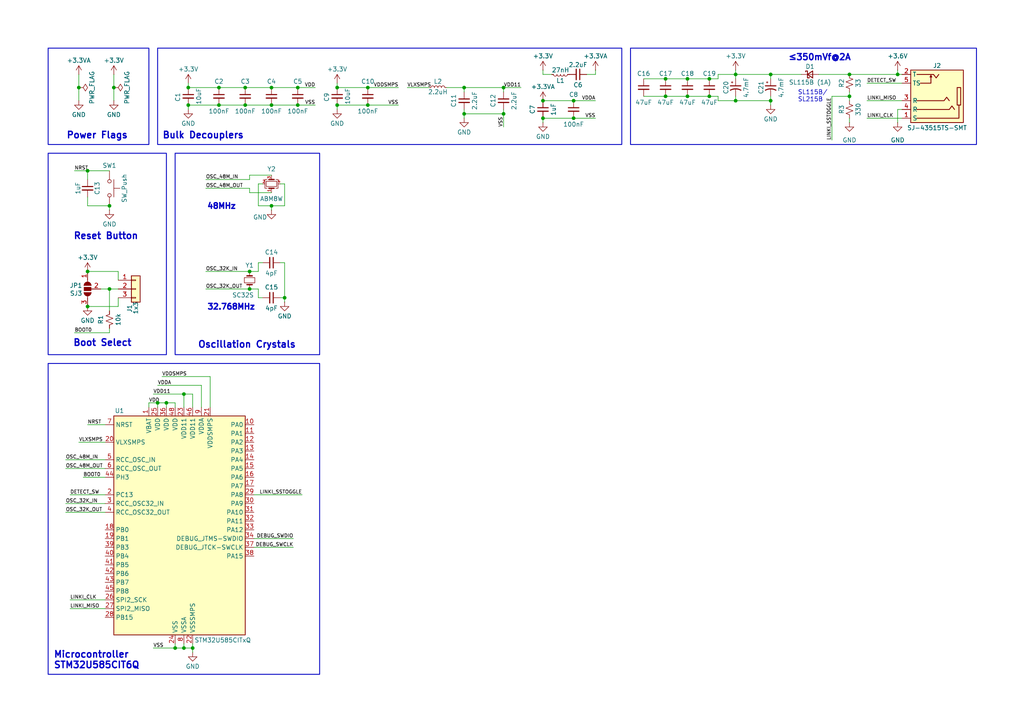
<source format=kicad_sch>
(kicad_sch (version 20231120) (generator "eeschema") (generator_version "8.0")
  (paper "A4")
  (title_block (title "Template Peripheral") (rev "1") (company "Qwertek") (comment 4 "Template peripheral for reference / use in custom design"))
  (lib_symbols
    (symbol "Connector_Generic:Conn_01x03" (pin_names (offset 1.016) hide)
      (property "Reference" "J" (at 0 5.08 0))
      (property "Value" "Conn_01x03" (at 0 -5.08 0))
      (symbol "Conn_01x03_1_1"
        (rectangle (start -1.27 -2.413) (end 0 -2.667) (stroke (width 0.1524)))
        (rectangle (start -1.27 0.127) (end 0 -0.127) (stroke (width 0.1524)))
        (rectangle (start -1.27 2.667) (end 0 2.413) (stroke (width 0.1524)))
        (rectangle (start -1.27 3.81) (end 1.27 -3.81) (stroke (width 0.254)) (fill (type background)))
        (pin passive line (at -5.08 2.54 0) (length 3.81) (name "Pin_1") (number "1"))
        (pin passive line (at -5.08 0 0) (length 3.81) (name "Pin_2") (number "2"))
        (pin passive line (at -5.08 -2.54 0) (length 3.81) (name "Pin_3") (number "3"))
      )
    )
    (symbol "Device:C_Polarized_Small_US" (pin_numbers hide) (pin_names (offset 0.254) hide)
      (property "Reference" "C" (at 0.254 1.778 0))
      (property "Value" "C_Polarized_Small_US" (at 0.254 -2.032 0))
      (symbol "C_Polarized_Small_US_0_1"
        (polyline (pts (xy -1.524 0.508) (xy 1.524 0.508)) (stroke (width 0.3048)))
        (polyline (pts (xy -1.27 1.524) (xy -0.762 1.524)))
        (polyline (pts (xy -1.016 1.27) (xy -1.016 1.778)))
        (arc (start 1.524 -0.762) (mid 0 -0.3734) (end -1.524 -0.762) (stroke (width 0.3048)))
      )
      (symbol "C_Polarized_Small_US_1_1"
        (pin passive line (at 0 2.54 270) (length 2.032) (name "~") (number "1"))
        (pin passive line (at 0 -2.54 90) (length 2.032) (name "~") (number "2"))
      )
    )
    (symbol "Device:C_Small" (pin_numbers hide) (pin_names (offset 0.254) hide)
      (property "Reference" "C" (at 0.254 1.778 0))
      (property "Value" "C_Small" (at 0.254 -2.032 0))
      (symbol "C_Small_0_1"
        (polyline (pts (xy -1.524 -0.508) (xy 1.524 -0.508)) (stroke (width 0.3302)))
        (polyline (pts (xy -1.524 0.508) (xy 1.524 0.508)) (stroke (width 0.3048)))
      )
      (symbol "C_Small_1_1"
        (pin passive line (at 0 2.54 270) (length 2.032) (name "~") (number "1"))
        (pin passive line (at 0 -2.54 90) (length 2.032) (name "~") (number "2"))
      )
    )
    (symbol "Device:Crystal_GND24_Small" (pin_names (offset 1.016) hide)
      (property "Reference" "Y" (at 1.27 4.445 0))
      (property "Value" "Crystal_GND24_Small" (at 1.27 2.54 0))
      (symbol "Crystal_GND24_Small_0_1"
        (rectangle (start -0.762 -1.524) (end 0.762 1.524))
        (polyline (pts (xy -1.27 -0.762) (xy -1.27 0.762)) (stroke (width 0.381)))
        (polyline (pts (xy 1.27 -0.762) (xy 1.27 0.762)) (stroke (width 0.381)))
        (polyline (pts (xy -1.27 -1.27) (xy -1.27 -1.905) (xy 1.27 -1.905) (xy 1.27 -1.27)))
        (polyline (pts (xy -1.27 1.27) (xy -1.27 1.905) (xy 1.27 1.905) (xy 1.27 1.27)))
      )
      (symbol "Crystal_GND24_Small_1_1"
        (pin passive line (at -2.54 0 0) (length 1.27) (name "1") (number "1"))
        (pin passive line (at 0 -2.54 90) (length 0.635) (name "2") (number "2"))
        (pin passive line (at 2.54 0 180) (length 1.27) (name "3") (number "3"))
        (pin passive line (at 0 2.54 270) (length 0.635) (name "4") (number "4"))
      )
    )
    (symbol "Device:Crystal_Small" (pin_numbers hide) (pin_names (offset 1.016) hide)
      (property "Reference" "Y" (at 0 2.54 0))
      (property "Value" "Crystal_Small" (at 0 -2.54 0))
      (symbol "Crystal_Small_0_1"
        (rectangle (start -0.762 -1.524) (end 0.762 1.524))
        (polyline (pts (xy -1.27 -0.762) (xy -1.27 0.762)) (stroke (width 0.381)))
        (polyline (pts (xy 1.27 -0.762) (xy 1.27 0.762)) (stroke (width 0.381)))
      )
      (symbol "Crystal_Small_1_1"
        (pin passive line (at -2.54 0 0) (length 1.27) (name "1") (number "1"))
        (pin passive line (at 2.54 0 180) (length 1.27) (name "2") (number "2"))
      )
    )
    (symbol "Device:D_Schottky_Small" (pin_numbers hide) (pin_names (offset 0.254) hide)
      (property "Reference" "D" (at -1.27 2.032 0))
      (property "Value" "D_Schottky_Small" (at -7.112 -2.032 0))
      (symbol "D_Schottky_Small_0_1"
        (polyline (pts (xy -0.762 0) (xy 0.762 0)))
        (polyline (pts (xy 0.762 -1.016) (xy -0.762 0) (xy 0.762 1.016) (xy 0.762 -1.016)) (stroke (width 0.254)))
        (polyline (pts (xy -1.27 0.762) (xy -1.27 1.016) (xy -0.762 1.016) (xy -0.762 -1.016) (xy -0.254 -1.016) (xy -0.254 -0.762)) (stroke (width 0.254)))
      )
      (symbol "D_Schottky_Small_1_1"
        (pin passive line (at -2.54 0 0) (length 1.778) (name "K") (number "1"))
        (pin passive line (at 2.54 0 180) (length 1.778) (name "A") (number "2"))
      )
    )
    (symbol "Device:L_Small" (pin_numbers hide) (pin_names (offset 0.254) hide)
      (property "Reference" "L" (at 0.762 1.016 0))
      (property "Value" "L_Small" (at 0.762 -1.016 0))
      (symbol "L_Small_0_1"
        (arc (start 0 -2.032) (mid 0.5058 -1.524) (end 0 -1.016))
        (arc (start 0 -1.016) (mid 0.5058 -0.508) (end 0 0))
        (arc (start 0 0) (mid 0.5058 0.508) (end 0 1.016))
        (arc (start 0 1.016) (mid 0.5058 1.524) (end 0 2.032))
      )
      (symbol "L_Small_1_1"
        (pin passive line (at 0 2.54 270) (length 0.508) (name "~") (number "1"))
        (pin passive line (at 0 -2.54 90) (length 0.508) (name "~") (number "2"))
      )
    )
    (symbol "Device:R_Small_US" (pin_numbers hide) (pin_names (offset 0.254) hide)
      (property "Reference" "R" (at 0.762 0.508 0))
      (property "Value" "R_Small_US" (at 0.762 -1.016 0))
      (symbol "R_Small_US_1_1"
        (polyline (pts (xy 0 0) (xy 1.016 -0.381) (xy 0 -0.762) (xy -1.016 -1.143) (xy 0 -1.524)))
        (polyline (pts (xy 0 1.524) (xy 1.016 1.143) (xy 0 0.762) (xy -1.016 0.381) (xy 0 0)))
        (pin passive line (at 0 2.54 270) (length 1.016) (name "~") (number "1"))
        (pin passive line (at 0 -2.54 90) (length 1.016) (name "~") (number "2"))
      )
    )
    (symbol "Jumper:SolderJumper_3_Open" (pin_names (offset 0) hide) (exclude_from_sim yes) (in_bom no)
      (property "Reference" "JP" (at -2.54 -2.54 0))
      (property "Value" "SolderJumper_3_Open" (at 0 2.794 0))
      (symbol "SolderJumper_3_Open_0_1"
        (arc (start -1.016 1.016) (mid -2.0276 0) (end -1.016 -1.016))
        (arc (start -1.016 1.016) (mid -2.0276 0) (end -1.016 -1.016) (fill (type outline)))
        (rectangle (start -0.508 1.016) (end 0.508 -1.016) (fill (type outline)))
        (polyline (pts (xy -2.54 0) (xy -2.032 0)))
        (polyline (pts (xy -1.016 1.016) (xy -1.016 -1.016)))
        (polyline (pts (xy 0 -1.27) (xy 0 -1.016)))
        (polyline (pts (xy 1.016 1.016) (xy 1.016 -1.016)))
        (polyline (pts (xy 2.54 0) (xy 2.032 0)))
        (arc (start 1.016 -1.016) (mid 2.0276 0) (end 1.016 1.016))
        (arc (start 1.016 -1.016) (mid 2.0276 0) (end 1.016 1.016) (fill (type outline)))
      )
      (symbol "SolderJumper_3_Open_1_1"
        (pin passive line (at -5.08 0 0) (length 2.54) (name "A") (number "1"))
        (pin passive line (at 0 -3.81 90) (length 2.54) (name "C") (number "2"))
        (pin passive line (at 5.08 0 180) (length 2.54) (name "B") (number "3"))
      )
    )
    (symbol "MCU_ST_STM32U5:STM32U585CITxQ"
      (property "Reference" "U" (at -17.78 34.29 0))
      (property "Value" "STM32U585CITxQ" (at 12.7 34.29 0))
      (symbol "STM32U585CITxQ_0_1"
        (rectangle (start -17.78 -30.48) (end 20.32 33.02) (stroke (width 0.254)) (fill (type background)))
      )
      (symbol "STM32U585CITxQ_1_1"
        (pin power_in line (at -7.62 35.56 270) (length 2.54) (name "VBAT") (number "1"))
        (pin bidirectional line (at 22.86 30.48 180) (length 2.54) (name "PA0") (number "10"))
        (pin bidirectional line (at 22.86 27.94 180) (length 2.54) (name "PA1") (number "11"))
        (pin bidirectional line (at 22.86 25.4 180) (length 2.54) (name "PA2") (number "12"))
        (pin bidirectional line (at 22.86 22.86 180) (length 2.54) (name "PA3") (number "13"))
        (pin bidirectional line (at 22.86 20.32 180) (length 2.54) (name "PA4") (number "14"))
        (pin bidirectional line (at 22.86 17.78 180) (length 2.54) (name "PA5") (number "15"))
        (pin bidirectional line (at 22.86 15.24 180) (length 2.54) (name "PA6") (number "16"))
        (pin bidirectional line (at 22.86 12.7 180) (length 2.54) (name "PA7") (number "17"))
        (pin bidirectional line (at -20.32 0 0) (length 2.54) (name "PB0") (number "18"))
        (pin bidirectional line (at -20.32 -2.54 0) (length 2.54) (name "PB1") (number "19"))
        (pin bidirectional line (at -20.32 10.16 0) (length 2.54) (name "PC13") (number "2"))
        (pin power_in line (at -20.32 25.4 0) (length 2.54) (name "VLXSMPS") (number "20"))
        (pin power_in line (at 10.16 35.56 270) (length 2.54) (name "VDDSMPS") (number "21"))
        (pin power_in line (at 5.08 -33.02 90) (length 2.54) (name "VSSSMPS") (number "22"))
        (pin power_in line (at 2.54 35.56 270) (length 2.54) (name "VDD11") (number "23"))
        (pin power_in line (at 0 -33.02 90) (length 2.54) (name "VSS") (number "24"))
        (pin power_in line (at -5.08 35.56 270) (length 2.54) (name "VDD") (number "25"))
        (pin bidirectional line (at -20.32 -20.32 0) (length 2.54) (name "PB13") (number "26") (alternate "SPI2_SCK" bidirectional line))
        (pin bidirectional line (at -20.32 -22.86 0) (length 2.54) (name "PB14") (number "27") (alternate "SPI2_MISO" bidirectional line))
        (pin bidirectional line (at -20.32 -25.4 0) (length 2.54) (name "PB15") (number "28"))
        (pin bidirectional line (at 22.86 10.16 180) (length 2.54) (name "PA8") (number "29") (alternate "" input line))
        (pin bidirectional line (at -20.32 7.62 0) (length 2.54) (name "PC14") (number "3") (alternate "RCC_OSC32_IN" bidirectional line))
        (pin bidirectional line (at 22.86 7.62 180) (length 2.54) (name "PA9") (number "30") (alternate "SPI2_SCK" bidirectional line))
        (pin bidirectional line (at 22.86 5.08 180) (length 2.54) (name "PA10") (number "31"))
        (pin bidirectional line (at 22.86 2.54 180) (length 2.54) (name "PA11") (number "32"))
        (pin bidirectional line (at 22.86 0 180) (length 2.54) (name "PA12") (number "33"))
        (pin bidirectional line (at 22.86 -2.54 180) (length 2.54) (name "PA13") (number "34") (alternate "DEBUG_JTMS-SWDIO" bidirectional line))
        (pin passive line (at 0 -33.02 90) (length 2.54) hide (name "VSS") (number "35"))
        (pin power_in line (at -2.54 35.56 270) (length 2.54) (name "VDD") (number "36"))
        (pin bidirectional line (at 22.86 -5.08 180) (length 2.54) (name "PA14") (number "37") (alternate "DEBUG_JTCK-SWCLK" bidirectional line))
        (pin bidirectional line (at 22.86 -7.62 180) (length 2.54) (name "PA15") (number "38"))
        (pin bidirectional line (at -20.32 -5.08 0) (length 2.54) (name "PB3") (number "39"))
        (pin bidirectional line (at -20.32 5.08 0) (length 2.54) (name "PC15") (number "4") (alternate "RCC_OSC32_OUT" bidirectional line))
        (pin bidirectional line (at -20.32 -7.62 0) (length 2.54) (name "PB4") (number "40"))
        (pin bidirectional line (at -20.32 -10.16 0) (length 2.54) (name "PB5") (number "41") (alternate "" input line))
        (pin bidirectional line (at -20.32 -12.7 0) (length 2.54) (name "PB6") (number "42"))
        (pin bidirectional line (at -20.32 -15.24 0) (length 2.54) (name "PB7") (number "43"))
        (pin bidirectional line (at -20.32 15.24 0) (length 2.54) (name "PH3") (number "44"))
        (pin bidirectional line (at -20.32 -17.78 0) (length 2.54) (name "PB8") (number "45"))
        (pin power_in line (at 5.08 35.56 270) (length 2.54) (name "VDD11") (number "46"))
        (pin passive line (at 0 -33.02 90) (length 2.54) hide (name "VSS") (number "47"))
        (pin power_in line (at 0 35.56 270) (length 2.54) (name "VDD") (number "48"))
        (pin bidirectional line (at -20.32 20.32 0) (length 2.54) (name "PH0") (number "5") (alternate "RCC_OSC_IN" bidirectional line))
        (pin bidirectional line (at -20.32 17.78 0) (length 2.54) (name "PH1") (number "6") (alternate "RCC_OSC_OUT" bidirectional line))
        (pin input line (at -20.32 30.48 0) (length 2.54) (name "NRST") (number "7"))
        (pin power_in line (at 2.54 -33.02 90) (length 2.54) (name "VSSA") (number "8"))
        (pin power_in line (at 7.62 35.56 270) (length 2.54) (name "VDDA") (number "9"))
      )
    )
    (symbol "Qwertek:CUI_SJ-43515TS-SMT"
      (property "Reference" "J" (at 0 8.89 0))
      (property "Value" "SJ-43515TS-SMT" (at 0 -8.89 0))
      (symbol "CUI_SJ-43515TS-SMT_0_1"
        (rectangle (start -6.858 2.54) (end -5.842 -2.54) (stroke (width 0.254)))
        (polyline (pts (xy 5.842 6.35) (xy -6.35 6.35) (xy -6.35 2.54)) (stroke (width 0.254)))
        (polyline (pts (xy -5.08 3.81) (xy -4.318 2.794) (xy -3.556 3.81) (xy 5.842 3.81)) (stroke (width 0.254)))
        (polyline (pts (xy -3.556 1.27) (xy -2.794 0.254) (xy -2.032 1.27) (xy 5.842 1.27)) (stroke (width 0.254)))
        (polyline (pts (xy 5.842 -6.35) (xy 1.016 -6.35) (xy 0.254 -5.334) (xy -0.508 -6.35)) (stroke (width 0.254)))
        (polyline (pts (xy 1.524 -5.588) (xy 1.778 -6.096) (xy 2.032 -5.588) (xy 1.778 -6.096) (xy 1.778 -3.81) (xy 4.826 -3.81)) (stroke (width 0.254)))
      )
      (symbol "CUI_SJ-43515TS-SMT_1_1"
        (rectangle (start -7.62 7.62) (end 7.62 -7.62) (stroke (width 0.254)) (fill (type background)))
        (pin passive line (at 10.16 6.35 180) (length 2.54) (name "S") (number "1"))
        (pin passive line (at 10.16 -6.35 180) (length 2.54) (name "T") (number "2"))
        (pin passive line (at 10.16 1.27 180) (length 2.54) (name "R") (number "3"))
        (pin passive line (at 10.16 3.81 180) (length 2.54) (name "R") (number "4"))
        (pin passive line (at 10.16 -3.81 180) (length 2.54) (name "TS") (number "5"))
      )
    )
    (symbol "Switch:SW_Push" (pin_numbers hide) (pin_names (offset 1.016) hide)
      (property "Reference" "SW" (at 1.27 2.54 0))
      (property "Value" "SW_Push" (at 0 -1.524 0))
      (symbol "SW_Push_0_1"
        (circle (center -2.032 0) (radius 0.508))
        (polyline (pts (xy 0 1.27) (xy 0 3.048)))
        (polyline (pts (xy 2.54 1.27) (xy -2.54 1.27)))
        (circle (center 2.032 0) (radius 0.508))
        (pin passive line (at -5.08 0 0) (length 2.54) (name "1") (number "1"))
        (pin passive line (at 5.08 0 180) (length 2.54) (name "2") (number "2"))
      )
    )
    (symbol "power:+3.3V" (power) (pin_numbers hide) (pin_names (offset 0) hide)
      (property "Value" "+3.3V" (at 0 3.556 0))
      (symbol "+3.3V_0_1"
        (polyline (pts (xy -0.762 1.27) (xy 0 2.54)))
        (polyline (pts (xy 0 0) (xy 0 2.54)))
        (polyline (pts (xy 0 2.54) (xy 0.762 1.27)))
      )
      (symbol "+3.3V_1_1"
        (pin power_in line (at 0 0 90) (length 0) (name "~") (number "1"))
      )
    )
    (symbol "power:+3.3VA" (power) (pin_numbers hide) (pin_names (offset 0) hide)
      (property "Value" "+3.3VA" (at 0 3.556 0))
      (symbol "+3.3VA_0_1"
        (polyline (pts (xy -0.762 1.27) (xy 0 2.54)))
        (polyline (pts (xy 0 0) (xy 0 2.54)))
        (polyline (pts (xy 0 2.54) (xy 0.762 1.27)))
      )
      (symbol "+3.3VA_1_1"
        (pin power_in line (at 0 0 90) (length 0) (name "~") (number "1"))
      )
    )
    (symbol "power:GND" (power) (pin_numbers hide) (pin_names (offset 0) hide)
      (property "Value" "GND" (at 0 -3.81 0))
      (symbol "GND_0_1"
        (polyline (pts (xy 0 0) (xy 0 -1.27) (xy 1.27 -1.27) (xy 0 -2.54) (xy -1.27 -1.27) (xy 0 -1.27)))
      )
      (symbol "GND_1_1"
        (pin power_in line (at 0 0 270) (length 0) (name "~") (number "1"))
      )
    )
    (symbol "power:PWR_FLAG" (power) (pin_numbers hide) (pin_names (offset 0) hide)
      (property "Value" "PWR_FLAG" (at 0 3.81 0))
      (symbol "PWR_FLAG_0_0"
        (pin power_out line (at 0 0 90) (length 0) (name "~") (number "1"))
      )
      (symbol "PWR_FLAG_0_1"
        (polyline (pts (xy 0 0) (xy 0 1.27) (xy -1.016 1.905) (xy 0 2.54) (xy 1.016 1.905) (xy 0 1.27)))
      )
    )
  )
  (junction (at 246.38 21.59))
  (junction (at 166.37 34.29))
  (junction (at 25.4 88.9))
  (junction (at 223.52 21.59))
  (junction (at 33.02 25.4))
  (junction (at 45.72 116.84))
  (junction (at 97.79 25.4))
  (junction (at 97.79 30.48))
  (junction (at 213.36 21.59))
  (junction (at 48.26 116.84))
  (junction (at 78.74 25.4))
  (junction (at 146.05 33.02))
  (junction (at 193.04 27.94))
  (junction (at 213.36 29.21))
  (junction (at 53.34 114.3))
  (junction (at 86.36 30.48))
  (junction (at 134.62 25.4))
  (junction (at 31.75 59.69))
  (junction (at 63.5 30.48))
  (junction (at 54.61 30.48))
  (junction (at 134.62 33.02))
  (junction (at 166.37 29.21))
  (junction (at 82.55 86.36))
  (junction (at 72.39 83.82))
  (junction (at 246.38 27.94))
  (junction (at 50.8 187.96))
  (junction (at 260.35 21.59))
  (junction (at 63.5 25.4))
  (junction (at 199.39 22.86))
  (junction (at 72.39 78.74))
  (junction (at 71.12 25.4))
  (junction (at 25.4 78.74))
  (junction (at 71.12 30.48))
  (junction (at 193.04 22.86))
  (junction (at 205.74 27.94))
  (junction (at 205.74 22.86))
  (junction (at 86.36 25.4))
  (junction (at 78.74 30.48))
  (junction (at 54.61 25.4))
  (junction (at 25.4 49.53))
  (junction (at 53.34 187.96))
  (junction (at 157.48 34.29))
  (junction (at 106.68 25.4))
  (junction (at 55.88 187.96))
  (junction (at 78.74 59.69))
  (junction (at 106.68 30.48))
  (junction (at 199.39 27.94))
  (junction (at 22.86 25.4))
  (junction (at 146.05 25.4))
  (junction (at 157.48 29.21))
  (junction (at 223.52 29.21))
  (junction (at 31.75 83.82))
  (wire (pts (xy 45.72 111.76) (xy 58.42 111.76)))
  (wire (pts (xy 25.4 78.74) (xy 34.29 78.74)))
  (wire (pts (xy 20.32 176.53) (xy 30.48 176.53)))
  (wire (pts (xy 199.39 27.94) (xy 193.04 27.94)))
  (wire (pts (xy 60.96 118.11) (xy 60.96 109.22)))
  (wire (pts (xy 19.05 146.05) (xy 30.48 146.05)))
  (wire (pts (xy 172.72 20.32) (xy 172.72 21.59)))
  (wire (pts (xy 73.66 143.51) (xy 87.63 143.51)))
  (wire (pts (xy 72.39 50.8) (xy 72.39 52.07)))
  (wire (pts (xy 81.28 53.34) (xy 82.55 53.34)))
  (wire (pts (xy 118.11 25.4) (xy 124.46 25.4)))
  (wire (pts (xy 53.34 187.96) (xy 50.8 187.96)))
  (wire (pts (xy 63.5 25.4) (xy 71.12 25.4)))
  (wire (pts (xy 53.34 114.3) (xy 53.34 118.11)))
  (wire (pts (xy 166.37 34.29) (xy 172.72 34.29)))
  (wire (pts (xy 34.29 86.36) (xy 34.29 88.9)))
  (wire (pts (xy 82.55 76.2) (xy 82.55 86.36)))
  (wire (pts (xy 78.74 59.69) (xy 74.93 59.69)))
  (wire (pts (xy 157.48 29.21) (xy 166.37 29.21)))
  (wire (pts (xy 157.48 34.29) (xy 166.37 34.29)))
  (wire (pts (xy 146.05 33.02) (xy 134.62 33.02)))
  (wire (pts (xy 213.36 21.59) (xy 208.28 21.59)))
  (wire (pts (xy 72.39 78.74) (xy 74.93 78.74)))
  (wire (pts (xy 82.55 86.36) (xy 81.28 86.36)))
  (wire (pts (xy 20.32 173.99) (xy 30.48 173.99)))
  (wire (pts (xy 146.05 33.02) (xy 146.05 36.83)))
  (wire (pts (xy 31.75 83.82) (xy 31.75 90.17)))
  (wire (pts (xy 97.79 24.13) (xy 97.79 25.4)))
  (wire (pts (xy 157.48 21.59) (xy 160.02 21.59)))
  (wire (pts (xy 134.62 31.75) (xy 134.62 33.02)))
  (wire (pts (xy 208.28 22.86) (xy 205.74 22.86)))
  (wire (pts (xy 25.4 123.19) (xy 30.48 123.19)))
  (wire (pts (xy 58.42 111.76) (xy 58.42 118.11)))
  (wire (pts (xy 20.32 143.51) (xy 30.48 143.51)))
  (wire (pts (xy 82.55 76.2) (xy 81.28 76.2)))
  (wire (pts (xy 74.93 78.74) (xy 74.93 76.2)))
  (wire (pts (xy 43.18 116.84) (xy 45.72 116.84)))
  (wire (pts (xy 82.55 87.63) (xy 82.55 86.36)))
  (wire (pts (xy 106.68 30.48) (xy 115.57 30.48)))
  (wire (pts (xy 251.46 29.21) (xy 261.62 29.21)))
  (wire (pts (xy 205.74 27.94) (xy 199.39 27.94)))
  (wire (pts (xy 50.8 116.84) (xy 48.26 116.84)))
  (wire (pts (xy 19.05 133.35) (xy 30.48 133.35)))
  (wire (pts (xy 43.18 116.84) (xy 43.18 118.11)))
  (wire (pts (xy 213.36 21.59) (xy 213.36 22.86)))
  (wire (pts (xy 246.38 27.94) (xy 246.38 29.21)))
  (wire (pts (xy 31.75 83.82) (xy 34.29 83.82)))
  (wire (pts (xy 78.74 60.96) (xy 78.74 59.69)))
  (wire (pts (xy 72.39 83.82) (xy 74.93 83.82)))
  (wire (pts (xy 208.28 29.21) (xy 208.28 27.94)))
  (wire (pts (xy 34.29 88.9) (xy 25.4 88.9)))
  (wire (pts (xy 82.55 59.69) (xy 78.74 59.69)))
  (wire (pts (xy 78.74 25.4) (xy 86.36 25.4)))
  (wire (pts (xy 19.05 135.89) (xy 30.48 135.89)))
  (wire (pts (xy 53.34 187.96) (xy 53.34 186.69)))
  (wire (pts (xy 22.86 128.27) (xy 30.48 128.27)))
  (wire (pts (xy 260.35 31.75) (xy 260.35 35.56)))
  (wire (pts (xy 172.72 21.59) (xy 170.18 21.59)))
  (wire (pts (xy 55.88 186.69) (xy 55.88 187.96)))
  (wire (pts (xy 208.28 27.94) (xy 205.74 27.94)))
  (wire (pts (xy 50.8 116.84) (xy 50.8 118.11)))
  (wire (pts (xy 223.52 29.21) (xy 223.52 30.48)))
  (wire (pts (xy 157.48 20.32) (xy 157.48 21.59)))
  (wire (pts (xy 72.39 83.82) (xy 59.69 83.82)))
  (wire (pts (xy 21.59 96.52) (xy 31.75 96.52)))
  (wire (pts (xy 82.55 53.34) (xy 82.55 59.69)))
  (wire (pts (xy 74.93 76.2) (xy 76.2 76.2)))
  (wire (pts (xy 72.39 78.74) (xy 59.69 78.74)))
  (wire (pts (xy 54.61 24.13) (xy 54.61 25.4)))
  (wire (pts (xy 72.39 55.88) (xy 78.74 55.88)))
  (wire (pts (xy 74.93 83.82) (xy 74.93 86.36)))
  (wire (pts (xy 44.45 187.96) (xy 50.8 187.96)))
  (wire (pts (xy 55.88 187.96) (xy 53.34 187.96)))
  (wire (pts (xy 134.62 26.67) (xy 134.62 25.4)))
  (wire (pts (xy 71.12 25.4) (xy 78.74 25.4)))
  (wire (pts (xy 25.4 59.69) (xy 31.75 59.69)))
  (wire (pts (xy 91.44 25.4) (xy 86.36 25.4)))
  (wire (pts (xy 44.45 114.3) (xy 53.34 114.3)))
  (wire (pts (xy 193.04 27.94) (xy 186.69 27.94)))
  (wire (pts (xy 246.38 26.67) (xy 246.38 27.94)))
  (wire (pts (xy 46.99 109.22) (xy 60.96 109.22)))
  (wire (pts (xy 31.75 96.52) (xy 31.75 95.25)))
  (wire (pts (xy 213.36 20.32) (xy 213.36 21.59)))
  (wire (pts (xy 134.62 34.29) (xy 134.62 33.02)))
  (wire (pts (xy 260.35 20.32) (xy 260.35 21.59)))
  (wire (pts (xy 205.74 22.86) (xy 199.39 22.86)))
  (wire (pts (xy 241.3 27.94) (xy 246.38 27.94)))
  (wire (pts (xy 25.4 49.53) (xy 25.4 52.07)))
  (wire (pts (xy 260.35 21.59) (xy 261.62 21.59)))
  (wire (pts (xy 25.4 57.15) (xy 25.4 59.69)))
  (wire (pts (xy 63.5 30.48) (xy 71.12 30.48)))
  (wire (pts (xy 199.39 22.86) (xy 193.04 22.86)))
  (wire (pts (xy 74.93 53.34) (xy 74.93 59.69)))
  (wire (pts (xy 223.52 21.59) (xy 223.52 22.86)))
  (wire (pts (xy 54.61 30.48) (xy 54.61 31.75)))
  (wire (pts (xy 76.2 53.34) (xy 74.93 53.34)))
  (wire (pts (xy 54.61 25.4) (xy 63.5 25.4)))
  (wire (pts (xy 48.26 116.84) (xy 45.72 116.84)))
  (wire (pts (xy 129.54 25.4) (xy 134.62 25.4)))
  (wire (pts (xy 97.79 25.4) (xy 106.68 25.4)))
  (wire (pts (xy 34.29 78.74) (xy 34.29 81.28)))
  (wire (pts (xy 53.34 114.3) (xy 55.88 114.3)))
  (wire (pts (xy 241.3 40.64) (xy 241.3 27.94)))
  (wire (pts (xy 251.46 24.13) (xy 261.62 24.13)))
  (wire (pts (xy 134.62 25.4) (xy 146.05 25.4)))
  (wire (pts (xy 223.52 29.21) (xy 213.36 29.21)))
  (wire (pts (xy 73.66 156.21) (xy 85.09 156.21)))
  (wire (pts (xy 106.68 25.4) (xy 115.57 25.4)))
  (wire (pts (xy 50.8 187.96) (xy 50.8 186.69)))
  (wire (pts (xy 97.79 30.48) (xy 97.79 31.75)))
  (wire (pts (xy 31.75 49.53) (xy 25.4 49.53)))
  (wire (pts (xy 22.86 25.4) (xy 22.86 29.21)))
  (wire (pts (xy 73.66 158.75) (xy 85.09 158.75)))
  (wire (pts (xy 24.13 138.43) (xy 30.48 138.43)))
  (wire (pts (xy 55.88 114.3) (xy 55.88 118.11)))
  (wire (pts (xy 146.05 26.67) (xy 146.05 25.4)))
  (wire (pts (xy 19.05 148.59) (xy 30.48 148.59)))
  (wire (pts (xy 33.02 21.59) (xy 33.02 25.4)))
  (wire (pts (xy 146.05 25.4) (xy 151.13 25.4)))
  (wire (pts (xy 97.79 30.48) (xy 106.68 30.48)))
  (wire (pts (xy 25.4 49.53) (xy 21.59 49.53)))
  (wire (pts (xy 223.52 29.21) (xy 223.52 27.94)))
  (wire (pts (xy 213.36 29.21) (xy 208.28 29.21)))
  (wire (pts (xy 22.86 21.59) (xy 22.86 25.4)))
  (wire (pts (xy 31.75 59.69) (xy 31.75 60.96)))
  (wire (pts (xy 246.38 34.29) (xy 246.38 35.56)))
  (wire (pts (xy 45.72 116.84) (xy 45.72 118.11)))
  (wire (pts (xy 78.74 30.48) (xy 86.36 30.48)))
  (wire (pts (xy 86.36 30.48) (xy 91.44 30.48)))
  (wire (pts (xy 55.88 189.23) (xy 55.88 187.96)))
  (wire (pts (xy 72.39 55.88) (xy 72.39 54.61)))
  (wire (pts (xy 208.28 21.59) (xy 208.28 22.86)))
  (wire (pts (xy 193.04 22.86) (xy 186.69 22.86)))
  (wire (pts (xy 246.38 21.59) (xy 260.35 21.59)))
  (wire (pts (xy 48.26 116.84) (xy 48.26 118.11)))
  (wire (pts (xy 72.39 52.07) (xy 59.69 52.07)))
  (wire (pts (xy 213.36 21.59) (xy 223.52 21.59)))
  (wire (pts (xy 71.12 30.48) (xy 78.74 30.48)))
  (wire (pts (xy 213.36 27.94) (xy 213.36 29.21)))
  (wire (pts (xy 33.02 25.4) (xy 33.02 29.21)))
  (wire (pts (xy 251.46 34.29) (xy 261.62 34.29)))
  (wire (pts (xy 146.05 31.75) (xy 146.05 33.02)))
  (wire (pts (xy 72.39 54.61) (xy 59.69 54.61)))
  (wire (pts (xy 29.21 83.82) (xy 31.75 83.82)))
  (wire (pts (xy 74.93 86.36) (xy 76.2 86.36)))
  (wire (pts (xy 237.49 21.59) (xy 246.38 21.59)))
  (wire (pts (xy 223.52 21.59) (xy 232.41 21.59)))
  (wire (pts (xy 157.48 35.56) (xy 157.48 34.29)))
  (wire (pts (xy 54.61 30.48) (xy 63.5 30.48)))
  (wire (pts (xy 261.62 31.75) (xy 260.35 31.75)))
  (wire (pts (xy 72.39 50.8) (xy 78.74 50.8)))
  (wire (pts (xy 166.37 29.21) (xy 172.72 29.21)))
  (rectangle (start 13.97 44.45) (end 48.26 102.87) (stroke (width 0.254)))
  (rectangle (start 45.72 13.97) (end 180.34 41.91) (stroke (width 0.254)))
  (rectangle (start 13.97 105.41) (end 92.71 195.58) (stroke (width 0.254)))
  (rectangle (start 182.88 13.97) (end 283.21 41.91) (stroke (width 0.254)))
  (rectangle (start 13.97 13.97) (end 43.18 41.91) (stroke (width 0.254)))
  (rectangle (start 50.8 44.45) (end 92.71 102.87) (stroke (width 0.254)))
  (text "SL115B/\nSL215B" (at 231.394 27.94 0) (effects (font (size 1.27 1.27)) (justify left)))
  (text "Bulk Decouplers" (at 58.928 39.37 0) (effects (font (size 1.905 1.905) (thickness 0.381) (bold yes))))
  (text "48MHz" (at 64.262 59.944 0) (effects (font (size 1.65 1.65) (thickness 0.381) (bold yes))))
  (text "Power Flags" (at 28.194 39.37 0) (effects (font (size 1.905 1.905) (thickness 0.381) (bold yes))))
  (text "≤350mVf@2A" (at 237.744 16.764 0) (effects (font (size 1.8 1.8) (thickness 0.36) (bold yes))))
  (text "Boot Select" (at 29.718 99.568 0) (effects (font (size 1.905 1.905) (thickness 0.381) (bold yes))))
  (text "32.768MHz" (at 67.056 89.154 0) (effects (font (size 1.65 1.65) (thickness 0.381) (bold yes))))
  (text "Reset Button" (at 30.734 68.58 0) (effects (font (size 1.905 1.905) (thickness 0.381) (bold yes))))
  (text "Oscillation Crystals" (at 71.628 100.076 0) (effects (font (size 1.905 1.905) (thickness 0.381) (bold yes))))
  (text "Microcontroller\nSTM32U585CIT6Q" (at 15.494 191.516 0) (effects (font (size 1.905 1.905) (thickness 0.381) (bold yes)) (justify left)))
  (label "DETECT_SW" (at 251.46 24.13 0) (effects (font (size 1.016 1.016))))
  (label "VDD11" (at 44.45 114.3 0) (effects (font (size 1.016 1.016))))
  (label "BOOT0" (at 24.13 138.43 0) (effects (font (size 1.016 1.016))))
  (label "OSC_32K_IN" (at 59.69 78.74 0) (effects (font (size 1.016 1.016))))
  (label "VDD" (at 91.44 25.4 180) (effects (font (size 1.016 1.016))))
  (label "VLXSMPS" (at 22.86 128.27 0) (effects (font (size 1.016 1.016))))
  (label "VDD11" (at 151.13 25.4 180) (effects (font (size 1.016 1.016))))
  (label "LINKI_MISO" (at 20.32 176.53 0) (effects (font (size 1.016 1.016))))
  (label "OSC_32K_OUT" (at 59.69 83.82 0) (effects (font (size 1.016 1.016))))
  (label "VDDA" (at 45.72 111.76 0) (effects (font (size 1.016 1.016))))
  (label "OSC_48M_OUT" (at 59.69 54.61 0) (effects (font (size 1.016 1.016))))
  (label "DETECT_SW" (at 20.32 143.51 0) (effects (font (size 1.016 1.016))))
  (label "LINKI_MISO" (at 251.46 29.21 0) (effects (font (size 1.016 1.016))))
  (label "VSS" (at 146.05 36.83 90) (effects (font (size 1.016 1.016))))
  (label "BOOT0" (at 21.59 96.52 0) (effects (font (size 1.016 1.016))))
  (label "VDD" (at 43.18 116.84 0) (effects (font (size 1.016 1.016))))
  (label "VSS" (at 172.72 34.29 180) (effects (font (size 1.016 1.016))))
  (label "VSS" (at 115.57 30.48 180) (effects (font (size 1.016 1.016))))
  (label "OSC_32K_IN" (at 19.05 146.05 0) (effects (font (size 1.016 1.016))))
  (label "LINKI_SSTOGGLE" (at 87.63 143.51 180) (effects (font (size 1.016 1.016))))
  (label "OSC_48M_OUT" (at 19.05 135.89 0) (effects (font (size 1.016 1.016))))
  (label "VDDSMPS" (at 115.57 25.4 180) (effects (font (size 1.016 1.016))))
  (label "VLXSMPS" (at 118.11 25.4 0) (effects (font (size 1.016 1.016))))
  (label "DEBUG_SWDIO" (at 85.09 156.21 180) (effects (font (size 1.016 1.016))))
  (label "VSS" (at 91.44 30.48 180) (effects (font (size 1.016 1.016))))
  (label "DEBUG_SWCLK" (at 85.09 158.75 180) (effects (font (size 1.016 1.016))))
  (label "LINKI_CLK" (at 251.46 34.29 0) (effects (font (size 1.016 1.016))))
  (label "VDDSMPS" (at 46.99 109.22 0) (effects (font (size 1.016 1.016))))
  (label "LINKI_CLK" (at 20.32 173.99 0) (effects (font (size 1.016 1.016))))
  (label "NRST" (at 21.59 49.53 0) (effects (font (size 1.016 1.016))))
  (label "OSC_48M_IN" (at 19.05 133.35 0) (effects (font (size 1.016 1.016))))
  (label "VDDA" (at 172.72 29.21 180) (effects (font (size 1.016 1.016))))
  (label "OSC_32K_OUT" (at 19.05 148.59 0) (effects (font (size 1.016 1.016))))
  (label "OSC_48M_IN" (at 59.69 52.07 0) (effects (font (size 1.016 1.016))))
  (label "VSS" (at 44.45 187.96 0) (effects (font (size 1.016 1.016))))
  (label "LINKI_SSTOGGLE" (at 241.3 40.64 90) (effects (font (size 1.016 1.016))))
  (label "NRST" (at 25.4 123.19 0) (effects (font (size 1.016 1.016))))
  (symbol (lib_id "Device:Crystal_Small") (at 72.39 81.28 270) (mirror x) (unit 1)
    (property "Reference" "Y1" (at 72.39 76.962 90))
    (property "Value" "SC32S" (at 73.66 85.598 90) (effects (justify right)))
    (property "Description" "Two pin crystal, small symbol" (effects (hide yes)))
  )
  (symbol (lib_id "power:+3.3VA") (at 22.86 21.59 0) (unit 1)
    (property "Reference" "#PWR020" (effects (hide yes)))
    (property "Value" "+3.3VA" (at 22.86 17.526 0))
    (property "Description" "Power symbol creates a global label with name \"+3.3VA\"" (effects (hide yes)))
  )
  (symbol (lib_id "Device:C_Small") (at 134.62 29.21 0) (unit 1)
    (property "Reference" "C11" (at 131.572 29.21 90))
    (property "Value" "2.2uF" (at 137.668 29.21 90))
    (property "Description" "Unpolarized capacitor, small symbol" (effects (hide yes)))
  )
  (symbol (lib_id "power:+3.3V") (at 25.4 78.74 0) (mirror y) (unit 1)
    (property "Reference" "#PWR010" (effects (hide yes)))
    (property "Value" "+3.3V" (at 25.4 74.676 0))
    (property "Description" "Power symbol creates a global label with name \"+3.3V\"" (effects (hide yes)))
  )
  (symbol (lib_id "power:GND") (at 157.48 35.56 0) (unit 1)
    (property "Reference" "#PWR012" (effects (hide yes)))
    (property "Value" "GND" (at 157.48 39.624 0))
    (property "Description" "Power symbol creates a global label with name \"GND\" , ground" (effects (hide yes)))
  )
  (symbol (lib_id "Device:Crystal_GND24_Small") (at 78.74 53.34 270) (mirror x) (unit 1)
    (property "Reference" "Y2" (at 78.74 49.022 90))
    (property "Value" "ABM8W" (at 78.74 57.658 90))
    (property "Description" "Four pin crystal, GND on pins 2 and 4, small symbol" (effects (hide yes)))
  )
  (symbol (lib_id "Device:C_Small") (at 63.5 27.94 0) (unit 1)
    (property "Reference" "C2" (at 63.5 23.622 0))
    (property "Value" "100nF" (at 63.5 32.258 0))
    (property "Description" "Unpolarized capacitor, small symbol" (effects (hide yes)))
  )
  (symbol (lib_id "Qwertek:CUI_SJ-43515TS-SMT") (at 271.78 27.94 180) (unit 1)
    (property "Reference" "J2" (at 271.78 19.05 0))
    (property "Value" "SJ-43515TS-SMT" (at 271.78 37.084 0))
  )
  (symbol (lib_id "Device:C_Small") (at 71.12 27.94 0) (unit 1)
    (property "Reference" "C3" (at 71.12 23.622 0))
    (property "Value" "100nF" (at 71.12 32.258 0))
    (property "Description" "Unpolarized capacitor, small symbol" (effects (hide yes)))
  )
  (symbol (lib_id "Device:C_Small") (at 166.37 31.75 0) (unit 1)
    (property "Reference" "C8" (at 166.37 27.432 0))
    (property "Value" "100nF" (at 166.37 36.068 0))
    (property "Description" "Unpolarized capacitor, small symbol" (effects (hide yes)))
  )
  (symbol (lib_id "Device:C_Small") (at 97.79 27.94 0) (unit 1)
    (property "Reference" "C9" (at 94.742 28.194 90))
    (property "Value" "10uF" (at 100.838 27.94 90))
    (property "Description" "Unpolarized capacitor, small symbol" (effects (hide yes)))
  )
  (symbol (lib_id "Device:C_Small") (at 167.64 21.59 270) (unit 1)
    (property "Reference" "C6" (at 167.64 24.638 90))
    (property "Value" "2.2uF" (at 167.64 18.796 90))
    (property "Description" "Unpolarized capacitor, small symbol" (effects (hide yes)))
  )
  (symbol (lib_id "power:GND") (at 25.4 88.9 0) (mirror y) (unit 1)
    (property "Reference" "#PWR011" (effects (hide yes)))
    (property "Value" "GND" (at 25.4 92.964 0))
    (property "Description" "Power symbol creates a global label with name \"GND\" , ground" (effects (hide yes)))
  )
  (symbol (lib_id "Device:C_Small") (at 86.36 27.94 0) (unit 1)
    (property "Reference" "C5" (at 86.36 23.622 0))
    (property "Value" "100nF" (at 86.36 32.258 0))
    (property "Description" "Unpolarized capacitor, small symbol" (effects (hide yes)))
  )
  (symbol (lib_id "power:GND") (at 97.79 31.75 0) (unit 1)
    (property "Reference" "#PWR05" (effects (hide yes)))
    (property "Value" "GND" (at 97.79 35.814 0))
    (property "Description" "Power symbol creates a global label with name \"GND\" , ground" (effects (hide yes)))
  )
  (symbol (lib_id "Device:L_Small") (at 162.56 21.59 270) (unit 1)
    (property "Reference" "L1" (at 162.56 23.368 90))
    (property "Value" "27nH" (at 162.56 20.32 90))
    (property "Description" "Inductor, small symbol" (effects (hide yes)))
  )
  (symbol (lib_id "power:PWR_FLAG") (at 22.86 25.4 270) (unit 1)
    (property "Reference" "#FLG01" (effects (hide yes)))
    (property "Value" "PWR_FLAG" (at 26.67 25.3999 0))
    (property "Description" "Special symbol for telling ERC where power comes from" (effects (hide yes)))
  )
  (symbol (lib_id "power:+3.3V") (at 97.79 24.13 0) (unit 1)
    (property "Reference" "#PWR04" (effects (hide yes)))
    (property "Value" "+3.3V" (at 97.79 20.066 0))
    (property "Description" "Power symbol creates a global label with name \"+3.3V\"" (effects (hide yes)))
  )
  (symbol (lib_id "Switch:SW_Push") (at 31.75 54.61 270) (mirror x) (unit 1)
    (property "Reference" "SW1" (at 31.75 48.006 90))
    (property "Value" "SW_Push" (at 36.068 54.61 0))
    (property "Description" "Push button switch, generic, two pins" (effects (hide yes)))
  )
  (symbol (lib_id "Device:C_Small") (at 146.05 29.21 0) (unit 1)
    (property "Reference" "C12" (at 143.002 29.21 90))
    (property "Value" "2.2uF" (at 149.098 29.21 90))
    (property "Description" "Unpolarized capacitor, small symbol" (effects (hide yes)))
  )
  (symbol (lib_id "Device:C_Polarized_Small_US") (at 223.52 25.4 0) (unit 1)
    (property "Reference" "C21" (at 220.726 25.4 90))
    (property "Value" "4.7mF" (at 226.568 25.4 90))
    (property "Description" "Polarized capacitor, small US symbol" (effects (hide yes)))
  )
  (symbol (lib_id "power:GND") (at 223.52 30.48 0) (mirror y) (unit 1)
    (property "Reference" "#PWR022" (effects (hide yes)))
    (property "Value" "GND" (at 223.52 34.544 0))
    (property "Description" "Power symbol creates a global label with name \"GND\" , ground" (effects (hide yes)))
  )
  (symbol (lib_id "power:GND") (at 54.61 31.75 0) (unit 1)
    (property "Reference" "#PWR02" (effects (hide yes)))
    (property "Value" "GND" (at 54.61 35.814 0))
    (property "Description" "Power symbol creates a global label with name \"GND\" , ground" (effects (hide yes)))
  )
  (symbol (lib_id "Device:C_Small") (at 205.74 25.4 0) (mirror y) (unit 1)
    (property "Reference" "C19" (at 205.74 21.336 0))
    (property "Value" "47uF" (at 205.74 29.718 0))
    (property "Description" "Unpolarized capacitor, small symbol" (effects (hide yes)))
  )
  (symbol (lib_id "MCU_ST_STM32U5:STM32U585CITxQ") (at 50.8 153.67 0) (unit 1)
    (property "Reference" "U1" (at 33.274 119.126 0) (effects (justify left)))
    (property "Value" "STM32U585CITxQ" (at 56.388 185.674 0) (effects (justify left)))
    (property "Footprint" "Package_QFP:LQFP-48_7x7mm_P0.5mm" (effects (hide yes)))
    (property "Datasheet" "https://www.st.com/resource/en/datasheet/stm32u585ci.pdf" (effects (hide yes)))
    (property "Description" "STMicroelectronics Arm Cortex-M33 MCU, 2048KB flash, 786KB RAM, 160 MHz, 1.71-3.6V, 33 GPIO, LQFP48" (effects (hide yes)))
    (pin "4" (alternate "RCC_OSC32_OUT"))
    (pin "26" (alternate "SPI2_SCK"))
    (pin "5" (alternate "RCC_OSC_IN"))
    (pin "29" (alternate "GPIO_EXTI8"))
    (pin "27" (alternate "SPI2_MISO"))
    (pin "3" (alternate "RCC_OSC32_IN"))
    (pin "37" (alternate "DEBUG_JTCK-SWCLK"))
    (pin "6" (alternate "RCC_OSC_OUT"))
    (pin "34" (alternate "DEBUG_JTMS-SWDIO"))
  )
  (symbol (lib_id "power:PWR_FLAG") (at 33.02 25.4 270) (unit 1)
    (property "Reference" "#FLG02" (effects (hide yes)))
    (property "Value" "PWR_FLAG" (at 36.83 25.3999 0))
    (property "Description" "Special symbol for telling ERC where power comes from" (effects (hide yes)))
  )
  (symbol (lib_id "power:GND") (at 82.55 87.63 0) (mirror y) (unit 1)
    (property "Reference" "#PWR08" (effects (hide yes)))
    (property "Value" "GND" (at 82.55 91.694 0))
    (property "Description" "Power symbol creates a global label with name \"GND\" , ground" (effects (hide yes)))
  )
  (symbol (lib_id "power:GND") (at 31.75 60.96 0) (mirror y) (unit 1)
    (property "Reference" "#PWR07" (effects (hide yes)))
    (property "Value" "GND" (at 31.75 65.024 0))
    (property "Description" "Power symbol creates a global label with name \"GND\" , ground" (effects (hide yes)))
  )
  (symbol (lib_id "power:GND") (at 134.62 34.29 0) (unit 1)
    (property "Reference" "#PWR015" (effects (hide yes)))
    (property "Value" "GND" (at 134.62 38.354 0))
    (property "Description" "Power symbol creates a global label with name \"GND\" , ground" (effects (hide yes)))
  )
  (symbol (lib_id "power:GND") (at 246.38 35.56 0) (unit 1)
    (property "Reference" "#PWR024" (effects (hide yes)))
    (property "Value" "GND" (at 246.38 40.64 0))
    (property "Description" "Power symbol creates a global label with name \"GND\" , ground" (effects (hide yes)))
  )
  (symbol (lib_id "Device:C_Small") (at 157.48 31.75 0) (unit 1)
    (property "Reference" "C7" (at 154.432 31.75 90))
    (property "Value" "1uF" (at 160.528 31.75 90))
    (property "Description" "Unpolarized capacitor, small symbol" (effects (hide yes)))
  )
  (symbol (lib_id "Device:L_Small") (at 127 25.4 90) (unit 1)
    (property "Reference" "L2" (at 127 23.622 90))
    (property "Value" "2.2uH" (at 127 26.67 90))
    (property "Description" "Inductor, small symbol" (effects (hide yes)))
  )
  (symbol (lib_id "Device:C_Small") (at 25.4 54.61 0) (mirror y) (unit 1)
    (property "Reference" "C13" (at 28.194 54.61 90))
    (property "Value" "1uF" (at 22.606 54.61 90))
    (property "Description" "Unpolarized capacitor, small symbol" (effects (hide yes)))
  )
  (symbol (lib_id "Device:D_Schottky_Small") (at 234.95 21.59 0) (unit 1)
    (property "Reference" "D1" (at 234.95 19.304 0))
    (property "Value" "SL115B (1A)" (at 234.95 23.876 0))
    (property "Description" "Schottky diode, small symbol" (effects (hide yes)))
  )
  (symbol (lib_id "power:GND") (at 78.74 60.96 0) (mirror y) (unit 1)
    (property "Reference" "#PWR09" (effects (hide yes)))
    (property "Value" "GND" (at 75.438 62.992 0))
    (property "Description" "Power symbol creates a global label with name \"GND\" , ground" (effects (hide yes)))
  )
  (symbol (lib_id "Device:C_Small") (at 54.61 27.94 0) (unit 1)
    (property "Reference" "C1" (at 51.562 28.194 90))
    (property "Value" "10uF" (at 57.658 27.94 90))
    (property "Description" "Unpolarized capacitor, small symbol" (effects (hide yes)))
  )
  (symbol (lib_id "power:+3.3V") (at 33.02 21.59 0) (unit 1)
    (property "Reference" "#PWR016" (effects (hide yes)))
    (property "Value" "+3.3V" (at 33.02 17.526 0))
    (property "Description" "Power symbol creates a global label with name \"+3.3V\"" (effects (hide yes)))
  )
  (symbol (lib_id "power:GND") (at 22.86 29.21 0) (unit 1)
    (property "Reference" "#PWR019" (effects (hide yes)))
    (property "Value" "GND" (at 22.86 33.274 0))
    (property "Description" "Power symbol creates a global label with name \"GND\" , ground" (effects (hide yes)))
  )
  (symbol (lib_id "power:+3.3V") (at 260.35 20.32 0) (mirror y) (unit 1)
    (property "Reference" "#PWR023" (effects (hide yes)))
    (property "Value" "+3.6V" (at 260.35 16.256 0))
    (property "Description" "Power symbol creates a global label with name \"+3.3V\"" (effects (hide yes)))
  )
  (symbol (lib_id "power:+3.3V") (at 213.36 20.32 0) (mirror y) (unit 1)
    (property "Reference" "#PWR021" (effects (hide yes)))
    (property "Value" "+3.3V" (at 213.36 16.256 0))
    (property "Description" "Power symbol creates a global label with name \"+3.3V\"" (effects (hide yes)))
  )
  (symbol (lib_id "power:GND") (at 260.35 35.56 0) (unit 1)
    (property "Reference" "#PWR018" (effects (hide yes)))
    (property "Value" "GND" (at 260.35 40.64 0))
    (property "Description" "Power symbol creates a global label with name \"GND\" , ground" (effects (hide yes)))
  )
  (symbol (lib_id "Jumper:SolderJumper_3_Open") (at 25.4 83.82 90) (mirror x) (unit 1) (exclude_from_sim yes) (in_bom no)
    (property "Reference" "JP1" (at 23.876 82.804 90) (effects (justify left)))
    (property "Value" "SJ3" (at 23.876 85.09 90) (effects (justify left)))
    (property "Description" "Solder Jumper, 3-pole, open" (effects (hide yes)))
  )
  (symbol (lib_id "power:+3.3V") (at 54.61 24.13 0) (unit 1)
    (property "Reference" "#PWR01" (effects (hide yes)))
    (property "Value" "+3.3V" (at 54.61 20.066 0))
    (property "Description" "Power symbol creates a global label with name \"+3.3V\"" (effects (hide yes)))
  )
  (symbol (lib_id "Device:C_Small") (at 106.68 27.94 0) (unit 1)
    (property "Reference" "C10" (at 106.68 23.622 0))
    (property "Value" "100nF" (at 106.68 32.258 0))
    (property "Description" "Unpolarized capacitor, small symbol" (effects (hide yes)))
  )
  (symbol (lib_id "Device:R_Small_US") (at 31.75 92.71 0) (mirror y) (unit 1)
    (property "Reference" "R1" (at 29.21 92.71 90))
    (property "Value" "10k" (at 34.29 92.71 90))
    (property "Description" "Resistor, small US symbol" (effects (hide yes)))
  )
  (symbol (lib_id "Device:C_Small") (at 193.04 25.4 0) (mirror y) (unit 1)
    (property "Reference" "C17" (at 193.04 21.336 0))
    (property "Value" "47uF" (at 193.04 29.718 0))
    (property "Description" "Unpolarized capacitor, small symbol" (effects (hide yes)))
  )
  (symbol (lib_id "power:+3.3VA") (at 172.72 20.32 0) (unit 1)
    (property "Reference" "#PWR013" (effects (hide yes)))
    (property "Value" "+3.3VA" (at 172.72 16.256 0))
    (property "Description" "Power symbol creates a global label with name \"+3.3VA\"" (effects (hide yes)))
  )
  (symbol (lib_id "Device:C_Small") (at 78.74 27.94 0) (unit 1)
    (property "Reference" "C4" (at 78.74 23.622 0))
    (property "Value" "100nF" (at 78.74 32.258 0))
    (property "Description" "Unpolarized capacitor, small symbol" (effects (hide yes)))
  )
  (symbol (lib_id "power:GND") (at 55.88 189.23 0) (unit 1)
    (property "Reference" "#PWR06" (effects (hide yes)))
    (property "Value" "GND" (at 55.88 193.294 0))
    (property "Description" "Power symbol creates a global label with name \"GND\" , ground" (effects (hide yes)))
  )
  (symbol (lib_id "Device:C_Small") (at 199.39 25.4 0) (mirror y) (unit 1)
    (property "Reference" "C18" (at 199.39 21.336 0))
    (property "Value" "47uF" (at 199.39 29.718 0))
    (property "Description" "Unpolarized capacitor, small symbol" (effects (hide yes)))
  )
  (symbol (lib_id "power:GND") (at 33.02 29.21 0) (unit 1)
    (property "Reference" "#PWR017" (effects (hide yes)))
    (property "Value" "GND" (at 33.02 33.274 0))
    (property "Description" "Power symbol creates a global label with name \"GND\" , ground" (effects (hide yes)))
  )
  (symbol (lib_id "Device:C_Small") (at 78.74 76.2 270) (mirror x) (unit 1)
    (property "Reference" "C14" (at 78.74 73.152 90))
    (property "Value" "4pF" (at 78.74 79.248 90))
    (property "Description" "Unpolarized capacitor, small symbol" (effects (hide yes)))
  )
  (symbol (lib_id "Device:R_Small_US") (at 246.38 24.13 0) (unit 1)
    (property "Reference" "R2" (at 244.094 24.13 90))
    (property "Value" "33" (at 248.92 24.13 90))
    (property "Description" "Resistor, small US symbol" (effects (hide yes)))
  )
  (symbol (lib_id "power:+3.3V") (at 157.48 20.32 0) (unit 1)
    (property "Reference" "#PWR03" (effects (hide yes)))
    (property "Value" "+3.3V" (at 157.48 16.256 0))
    (property "Description" "Power symbol creates a global label with name \"+3.3V\"" (effects (hide yes)))
  )
  (symbol (lib_id "Device:C_Small") (at 186.69 25.4 0) (mirror y) (unit 1)
    (property "Reference" "C16" (at 186.69 21.336 0))
    (property "Value" "47uF" (at 186.69 29.718 0))
    (property "Description" "Unpolarized capacitor, small symbol" (effects (hide yes)))
  )
  (symbol (lib_id "Device:R_Small_US") (at 246.38 31.75 0) (unit 1)
    (property "Reference" "R3" (at 244.094 31.75 90))
    (property "Value" "330" (at 248.92 31.75 90))
    (property "Description" "Resistor, small US symbol" (effects (hide yes)))
  )
  (symbol (lib_id "Connector_Generic:Conn_01x03") (at 39.37 83.82 0) (unit 1)
    (property "Reference" "J1" (at 37.592 90.678 90) (effects (justify left)))
    (property "Value" "1x3" (at 39.37 91.186 90) (effects (justify left)))
    (property "Description" "Generic connector, single row, 01x03, script generated (kicad-library-utils/schlib/autogen/connector/)" (effects (hide yes)))
  )
  (symbol (lib_id "power:+3.3VA") (at 157.48 29.21 0) (unit 1)
    (property "Reference" "#PWR014" (effects (hide yes)))
    (property "Value" "+3.3VA" (at 157.48 25.146 0))
    (property "Description" "Power symbol creates a global label with name \"+3.3VA\"" (effects (hide yes)))
  )
  (symbol (lib_id "Device:C_Small") (at 78.74 86.36 270) (mirror x) (unit 1)
    (property "Reference" "C15" (at 78.74 83.312 90))
    (property "Value" "4pF" (at 78.74 89.408 90))
    (property "Description" "Unpolarized capacitor, small symbol" (effects (hide yes)))
  )
  (symbol (lib_id "Device:C_Polarized_Small_US") (at 213.36 25.4 0) (unit 1)
    (property "Reference" "C20" (at 210.566 25.4 90))
    (property "Value" "4.7mF" (at 216.408 25.4 90))
    (property "Description" "Polarized capacitor, small US symbol" (effects (hide yes)))
  )
)
</source>
